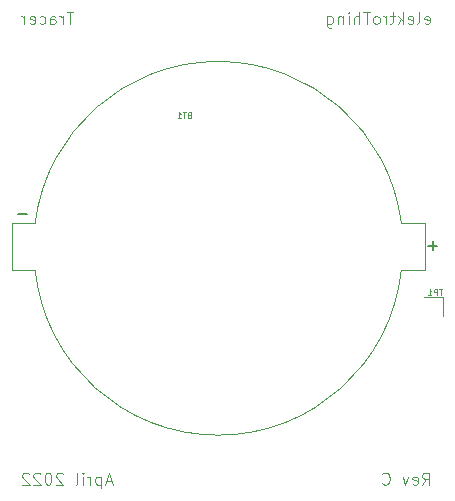
<source format=gbr>
%TF.GenerationSoftware,KiCad,Pcbnew,(6.0.0)*%
%TF.CreationDate,2022-04-21T21:51:44+01:00*%
%TF.ProjectId,Tracer,54726163-6572-42e6-9b69-6361645f7063,C*%
%TF.SameCoordinates,Original*%
%TF.FileFunction,Legend,Bot*%
%TF.FilePolarity,Positive*%
%FSLAX46Y46*%
G04 Gerber Fmt 4.6, Leading zero omitted, Abs format (unit mm)*
G04 Created by KiCad (PCBNEW (6.0.0)) date 2022-04-21 21:51:44*
%MOMM*%
%LPD*%
G01*
G04 APERTURE LIST*
%ADD10C,0.100000*%
%ADD11C,0.035000*%
%ADD12C,0.150000*%
%ADD13C,0.120000*%
G04 APERTURE END LIST*
D10*
X137826904Y-116166666D02*
X137350714Y-116166666D01*
X137922142Y-116452380D02*
X137588809Y-115452380D01*
X137255476Y-116452380D01*
X136922142Y-115785714D02*
X136922142Y-116785714D01*
X136922142Y-115833333D02*
X136826904Y-115785714D01*
X136636428Y-115785714D01*
X136541190Y-115833333D01*
X136493571Y-115880952D01*
X136445952Y-115976190D01*
X136445952Y-116261904D01*
X136493571Y-116357142D01*
X136541190Y-116404761D01*
X136636428Y-116452380D01*
X136826904Y-116452380D01*
X136922142Y-116404761D01*
X136017380Y-116452380D02*
X136017380Y-115785714D01*
X136017380Y-115976190D02*
X135969761Y-115880952D01*
X135922142Y-115833333D01*
X135826904Y-115785714D01*
X135731666Y-115785714D01*
X135398333Y-116452380D02*
X135398333Y-115785714D01*
X135398333Y-115452380D02*
X135445952Y-115500000D01*
X135398333Y-115547619D01*
X135350714Y-115500000D01*
X135398333Y-115452380D01*
X135398333Y-115547619D01*
X134779285Y-116452380D02*
X134874523Y-116404761D01*
X134922142Y-116309523D01*
X134922142Y-115452380D01*
X133684047Y-115547619D02*
X133636428Y-115500000D01*
X133541190Y-115452380D01*
X133303095Y-115452380D01*
X133207857Y-115500000D01*
X133160238Y-115547619D01*
X133112619Y-115642857D01*
X133112619Y-115738095D01*
X133160238Y-115880952D01*
X133731666Y-116452380D01*
X133112619Y-116452380D01*
X132493571Y-115452380D02*
X132398333Y-115452380D01*
X132303095Y-115500000D01*
X132255476Y-115547619D01*
X132207857Y-115642857D01*
X132160238Y-115833333D01*
X132160238Y-116071428D01*
X132207857Y-116261904D01*
X132255476Y-116357142D01*
X132303095Y-116404761D01*
X132398333Y-116452380D01*
X132493571Y-116452380D01*
X132588809Y-116404761D01*
X132636428Y-116357142D01*
X132684047Y-116261904D01*
X132731666Y-116071428D01*
X132731666Y-115833333D01*
X132684047Y-115642857D01*
X132636428Y-115547619D01*
X132588809Y-115500000D01*
X132493571Y-115452380D01*
X131779285Y-115547619D02*
X131731666Y-115500000D01*
X131636428Y-115452380D01*
X131398333Y-115452380D01*
X131303095Y-115500000D01*
X131255476Y-115547619D01*
X131207857Y-115642857D01*
X131207857Y-115738095D01*
X131255476Y-115880952D01*
X131826904Y-116452380D01*
X131207857Y-116452380D01*
X130826904Y-115547619D02*
X130779285Y-115500000D01*
X130684047Y-115452380D01*
X130445952Y-115452380D01*
X130350714Y-115500000D01*
X130303095Y-115547619D01*
X130255476Y-115642857D01*
X130255476Y-115738095D01*
X130303095Y-115880952D01*
X130874523Y-116452380D01*
X130255476Y-116452380D01*
X164125476Y-116452380D02*
X164458809Y-115976190D01*
X164696904Y-116452380D02*
X164696904Y-115452380D01*
X164315952Y-115452380D01*
X164220714Y-115500000D01*
X164173095Y-115547619D01*
X164125476Y-115642857D01*
X164125476Y-115785714D01*
X164173095Y-115880952D01*
X164220714Y-115928571D01*
X164315952Y-115976190D01*
X164696904Y-115976190D01*
X163315952Y-116404761D02*
X163411190Y-116452380D01*
X163601666Y-116452380D01*
X163696904Y-116404761D01*
X163744523Y-116309523D01*
X163744523Y-115928571D01*
X163696904Y-115833333D01*
X163601666Y-115785714D01*
X163411190Y-115785714D01*
X163315952Y-115833333D01*
X163268333Y-115928571D01*
X163268333Y-116023809D01*
X163744523Y-116119047D01*
X162935000Y-115785714D02*
X162696904Y-116452380D01*
X162458809Y-115785714D01*
X160744523Y-116357142D02*
X160792142Y-116404761D01*
X160935000Y-116452380D01*
X161030238Y-116452380D01*
X161173095Y-116404761D01*
X161268333Y-116309523D01*
X161315952Y-116214285D01*
X161363571Y-116023809D01*
X161363571Y-115880952D01*
X161315952Y-115690476D01*
X161268333Y-115595238D01*
X161173095Y-115500000D01*
X161030238Y-115452380D01*
X160935000Y-115452380D01*
X160792142Y-115500000D01*
X160744523Y-115547619D01*
X134588809Y-76452380D02*
X134017380Y-76452380D01*
X134303095Y-77452380D02*
X134303095Y-76452380D01*
X133684047Y-77452380D02*
X133684047Y-76785714D01*
X133684047Y-76976190D02*
X133636428Y-76880952D01*
X133588809Y-76833333D01*
X133493571Y-76785714D01*
X133398333Y-76785714D01*
X132636428Y-77452380D02*
X132636428Y-76928571D01*
X132684047Y-76833333D01*
X132779285Y-76785714D01*
X132969761Y-76785714D01*
X133065000Y-76833333D01*
X132636428Y-77404761D02*
X132731666Y-77452380D01*
X132969761Y-77452380D01*
X133065000Y-77404761D01*
X133112619Y-77309523D01*
X133112619Y-77214285D01*
X133065000Y-77119047D01*
X132969761Y-77071428D01*
X132731666Y-77071428D01*
X132636428Y-77023809D01*
X131731666Y-77404761D02*
X131826904Y-77452380D01*
X132017380Y-77452380D01*
X132112619Y-77404761D01*
X132160238Y-77357142D01*
X132207857Y-77261904D01*
X132207857Y-76976190D01*
X132160238Y-76880952D01*
X132112619Y-76833333D01*
X132017380Y-76785714D01*
X131826904Y-76785714D01*
X131731666Y-76833333D01*
X130922142Y-77404761D02*
X131017380Y-77452380D01*
X131207857Y-77452380D01*
X131303095Y-77404761D01*
X131350714Y-77309523D01*
X131350714Y-76928571D01*
X131303095Y-76833333D01*
X131207857Y-76785714D01*
X131017380Y-76785714D01*
X130922142Y-76833333D01*
X130874523Y-76928571D01*
X130874523Y-77023809D01*
X131350714Y-77119047D01*
X130445952Y-77452380D02*
X130445952Y-76785714D01*
X130445952Y-76976190D02*
X130398333Y-76880952D01*
X130350714Y-76833333D01*
X130255476Y-76785714D01*
X130160238Y-76785714D01*
X164315952Y-77404761D02*
X164411190Y-77452380D01*
X164601666Y-77452380D01*
X164696904Y-77404761D01*
X164744523Y-77309523D01*
X164744523Y-76928571D01*
X164696904Y-76833333D01*
X164601666Y-76785714D01*
X164411190Y-76785714D01*
X164315952Y-76833333D01*
X164268333Y-76928571D01*
X164268333Y-77023809D01*
X164744523Y-77119047D01*
X163696904Y-77452380D02*
X163792142Y-77404761D01*
X163839761Y-77309523D01*
X163839761Y-76452380D01*
X162935000Y-77404761D02*
X163030238Y-77452380D01*
X163220714Y-77452380D01*
X163315952Y-77404761D01*
X163363571Y-77309523D01*
X163363571Y-76928571D01*
X163315952Y-76833333D01*
X163220714Y-76785714D01*
X163030238Y-76785714D01*
X162935000Y-76833333D01*
X162887380Y-76928571D01*
X162887380Y-77023809D01*
X163363571Y-77119047D01*
X162458809Y-77452380D02*
X162458809Y-76452380D01*
X162363571Y-77071428D02*
X162077857Y-77452380D01*
X162077857Y-76785714D02*
X162458809Y-77166666D01*
X161792142Y-76785714D02*
X161411190Y-76785714D01*
X161649285Y-76452380D02*
X161649285Y-77309523D01*
X161601666Y-77404761D01*
X161506428Y-77452380D01*
X161411190Y-77452380D01*
X161077857Y-77452380D02*
X161077857Y-76785714D01*
X161077857Y-76976190D02*
X161030238Y-76880952D01*
X160982619Y-76833333D01*
X160887380Y-76785714D01*
X160792142Y-76785714D01*
X160315952Y-77452380D02*
X160411190Y-77404761D01*
X160458809Y-77357142D01*
X160506428Y-77261904D01*
X160506428Y-76976190D01*
X160458809Y-76880952D01*
X160411190Y-76833333D01*
X160315952Y-76785714D01*
X160173095Y-76785714D01*
X160077857Y-76833333D01*
X160030238Y-76880952D01*
X159982619Y-76976190D01*
X159982619Y-77261904D01*
X160030238Y-77357142D01*
X160077857Y-77404761D01*
X160173095Y-77452380D01*
X160315952Y-77452380D01*
X159696904Y-76452380D02*
X159125476Y-76452380D01*
X159411190Y-77452380D02*
X159411190Y-76452380D01*
X158792142Y-77452380D02*
X158792142Y-76452380D01*
X158363571Y-77452380D02*
X158363571Y-76928571D01*
X158411190Y-76833333D01*
X158506428Y-76785714D01*
X158649285Y-76785714D01*
X158744523Y-76833333D01*
X158792142Y-76880952D01*
X157887380Y-77452380D02*
X157887380Y-76785714D01*
X157887380Y-76452380D02*
X157935000Y-76500000D01*
X157887380Y-76547619D01*
X157839761Y-76500000D01*
X157887380Y-76452380D01*
X157887380Y-76547619D01*
X157411190Y-76785714D02*
X157411190Y-77452380D01*
X157411190Y-76880952D02*
X157363571Y-76833333D01*
X157268333Y-76785714D01*
X157125476Y-76785714D01*
X157030238Y-76833333D01*
X156982619Y-76928571D01*
X156982619Y-77452380D01*
X156077857Y-76785714D02*
X156077857Y-77595238D01*
X156125476Y-77690476D01*
X156173095Y-77738095D01*
X156268333Y-77785714D01*
X156411190Y-77785714D01*
X156506428Y-77738095D01*
X156077857Y-77404761D02*
X156173095Y-77452380D01*
X156363571Y-77452380D01*
X156458809Y-77404761D01*
X156506428Y-77357142D01*
X156554047Y-77261904D01*
X156554047Y-76976190D01*
X156506428Y-76880952D01*
X156458809Y-76833333D01*
X156363571Y-76785714D01*
X156173095Y-76785714D01*
X156077857Y-76833333D01*
D11*
%TO.C,TP1*%
X165830952Y-99926190D02*
X165545238Y-99926190D01*
X165688095Y-100426190D02*
X165688095Y-99926190D01*
X165378571Y-100426190D02*
X165378571Y-99926190D01*
X165188095Y-99926190D01*
X165140476Y-99950000D01*
X165116666Y-99973809D01*
X165092857Y-100021428D01*
X165092857Y-100092857D01*
X165116666Y-100140476D01*
X165140476Y-100164285D01*
X165188095Y-100188095D01*
X165378571Y-100188095D01*
X164616666Y-100426190D02*
X164902380Y-100426190D01*
X164759523Y-100426190D02*
X164759523Y-99926190D01*
X164807142Y-99997619D01*
X164854761Y-100045238D01*
X164902380Y-100069047D01*
%TO.C,BT1*%
X144392857Y-85164285D02*
X144321428Y-85188095D01*
X144297619Y-85211904D01*
X144273809Y-85259523D01*
X144273809Y-85330952D01*
X144297619Y-85378571D01*
X144321428Y-85402380D01*
X144369047Y-85426190D01*
X144559523Y-85426190D01*
X144559523Y-84926190D01*
X144392857Y-84926190D01*
X144345238Y-84950000D01*
X144321428Y-84973809D01*
X144297619Y-85021428D01*
X144297619Y-85069047D01*
X144321428Y-85116666D01*
X144345238Y-85140476D01*
X144392857Y-85164285D01*
X144559523Y-85164285D01*
X144130952Y-84926190D02*
X143845238Y-84926190D01*
X143988095Y-85426190D02*
X143988095Y-84926190D01*
X143416666Y-85426190D02*
X143702380Y-85426190D01*
X143559523Y-85426190D02*
X143559523Y-84926190D01*
X143607142Y-84997619D01*
X143654761Y-85045238D01*
X143702380Y-85069047D01*
D12*
X130680952Y-93571428D02*
X129919047Y-93571428D01*
X164619047Y-96228571D02*
X165380952Y-96228571D01*
X165000000Y-95847619D02*
X165000000Y-96609523D01*
D13*
%TO.C,TP1*%
X165900000Y-100600000D02*
X164300000Y-100600000D01*
X165900000Y-100600000D02*
X165900000Y-102200000D01*
%TO.C,BT1*%
X164350000Y-94300000D02*
X162350000Y-94300000D01*
X129350000Y-98300000D02*
X131350000Y-98300000D01*
X162350000Y-98300000D02*
X164350000Y-98300000D01*
X164350000Y-98300000D02*
X164350000Y-94300000D01*
X131350000Y-94300000D02*
X129350000Y-94300000D01*
X129350000Y-94300000D02*
X129350000Y-98300000D01*
X131350000Y-98300000D02*
G75*
G03*
X162350000Y-98300000I15500000J1612777D01*
G01*
X162350000Y-94300000D02*
G75*
G03*
X131350000Y-94300000I-15500000J-1953927D01*
G01*
%TD*%
M02*

</source>
